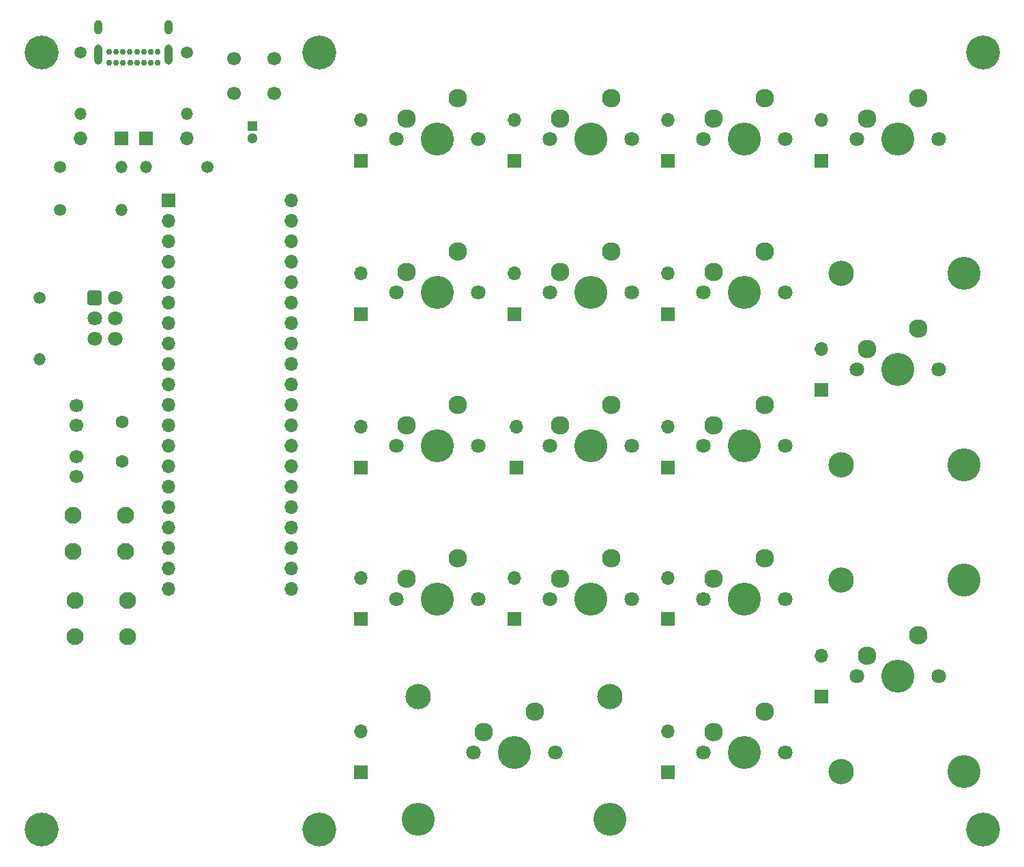
<source format=gbs>
%TF.GenerationSoftware,KiCad,Pcbnew,(5.1.6-0-10_14)*%
%TF.CreationDate,2020-10-14T16:23:59+01:00*%
%TF.ProjectId,scarlet-numpad-v1,73636172-6c65-4742-9d6e-756d7061642d,1*%
%TF.SameCoordinates,Original*%
%TF.FileFunction,Soldermask,Bot*%
%TF.FilePolarity,Negative*%
%FSLAX46Y46*%
G04 Gerber Fmt 4.6, Leading zero omitted, Abs format (unit mm)*
G04 Created by KiCad (PCBNEW (5.1.6-0-10_14)) date 2020-10-14 16:23:59*
%MOMM*%
%LPD*%
G01*
G04 APERTURE LIST*
%ADD10O,1.500000X1.500000*%
%ADD11C,1.500000*%
%ADD12C,4.200000*%
%ADD13C,2.100000*%
%ADD14O,1.700000X1.700000*%
%ADD15R,1.700000X1.700000*%
%ADD16C,0.750000*%
%ADD17O,1.000000X2.500000*%
%ADD18O,1.000000X1.800000*%
%ADD19C,1.700000*%
%ADD20R,1.300000X1.300000*%
%ADD21C,1.300000*%
%ADD22C,1.800000*%
%ADD23C,2.300000*%
%ADD24C,4.100000*%
%ADD25C,3.150000*%
%ADD26C,1.600000*%
G04 APERTURE END LIST*
D10*
%TO.C,R6*%
X40386000Y-44958000D03*
D11*
X32766000Y-44958000D03*
%TD*%
D10*
%TO.C,R5*%
X43434000Y-39624000D03*
D11*
X51054000Y-39624000D03*
%TD*%
D10*
%TO.C,R4*%
X40386000Y-39624000D03*
D11*
X32766000Y-39624000D03*
%TD*%
D10*
%TO.C,R3*%
X35306000Y-33020000D03*
D11*
X35306000Y-25400000D03*
%TD*%
D10*
%TO.C,R2*%
X48514000Y-33020000D03*
D11*
X48514000Y-25400000D03*
%TD*%
D10*
%TO.C,R1*%
X30226000Y-63500000D03*
D11*
X30226000Y-55880000D03*
%TD*%
D12*
%TO.C,*%
X65000000Y-25400000D03*
%TD*%
%TO.C,*%
X65000000Y-121920000D03*
%TD*%
D13*
%TO.C,Boot*%
X34648000Y-97972000D03*
X34648000Y-93472000D03*
X41148000Y-97972000D03*
X41148000Y-93472000D03*
%TD*%
%TO.C,Reset*%
X34394000Y-87376000D03*
X34394000Y-82876000D03*
X40894000Y-87376000D03*
X40894000Y-82876000D03*
%TD*%
D14*
%TO.C,D19*%
X108204000Y-109728000D03*
D15*
X108204000Y-114808000D03*
%TD*%
D14*
%TO.C,D18*%
X70104000Y-109728000D03*
D15*
X70104000Y-114808000D03*
%TD*%
D14*
%TO.C,D17*%
X127254000Y-100330000D03*
D15*
X127254000Y-105410000D03*
%TD*%
D14*
%TO.C,D16*%
X108204000Y-90678000D03*
D15*
X108204000Y-95758000D03*
%TD*%
D14*
%TO.C,D15*%
X89154000Y-90678000D03*
D15*
X89154000Y-95758000D03*
%TD*%
D14*
%TO.C,D14*%
X70104000Y-90678000D03*
D15*
X70104000Y-95758000D03*
%TD*%
D14*
%TO.C,D13*%
X108204000Y-71882000D03*
D15*
X108204000Y-76962000D03*
%TD*%
D14*
%TO.C,D12*%
X89408000Y-71882000D03*
D15*
X89408000Y-76962000D03*
%TD*%
D14*
%TO.C,D11*%
X70104000Y-71882000D03*
D15*
X70104000Y-76962000D03*
%TD*%
D14*
%TO.C,D10*%
X127254000Y-62230000D03*
D15*
X127254000Y-67310000D03*
%TD*%
D14*
%TO.C,D9*%
X108204000Y-52832000D03*
D15*
X108204000Y-57912000D03*
%TD*%
D14*
%TO.C,D8*%
X89154000Y-52832000D03*
D15*
X89154000Y-57912000D03*
%TD*%
D14*
%TO.C,D7*%
X70104000Y-52832000D03*
D15*
X70104000Y-57912000D03*
%TD*%
D14*
%TO.C,D6*%
X127254000Y-33782000D03*
D15*
X127254000Y-38862000D03*
%TD*%
D14*
%TO.C,D5*%
X108204000Y-33782000D03*
D15*
X108204000Y-38862000D03*
%TD*%
D14*
%TO.C,D4*%
X89154000Y-33782000D03*
D15*
X89154000Y-38862000D03*
%TD*%
D14*
%TO.C,D3*%
X70104000Y-33782000D03*
D15*
X70104000Y-38862000D03*
%TD*%
D14*
%TO.C,D2*%
X35306000Y-36068000D03*
D15*
X40386000Y-36068000D03*
%TD*%
D14*
%TO.C,D1*%
X48514000Y-36068000D03*
D15*
X43434000Y-36068000D03*
%TD*%
D12*
%TO.C,*%
X147320000Y-121920000D03*
%TD*%
%TO.C,*%
X147320000Y-25400000D03*
%TD*%
%TO.C,*%
X30480000Y-25400000D03*
%TD*%
%TO.C,*%
X30480000Y-121920000D03*
%TD*%
D16*
%TO.C,USB1*%
X43185000Y-26674000D03*
X44885000Y-26674000D03*
X44035000Y-26674000D03*
X42335000Y-26674000D03*
X41485000Y-26674000D03*
X40635000Y-26674000D03*
X39785000Y-26674000D03*
X38935000Y-26674000D03*
X44885000Y-25349000D03*
X44030000Y-25349000D03*
X43180000Y-25349000D03*
X42330000Y-25349000D03*
X41480000Y-25349000D03*
X40630000Y-25349000D03*
X39780000Y-25349000D03*
X38930000Y-25349000D03*
D17*
X46235000Y-25694000D03*
X37585000Y-25694000D03*
D18*
X46235000Y-22314000D03*
X37585000Y-22314000D03*
%TD*%
D19*
%TO.C,C1*%
X34798000Y-71755000D03*
X34798000Y-69255000D03*
%TD*%
%TO.C,C2*%
X34798000Y-75605000D03*
X34798000Y-78105000D03*
%TD*%
D20*
%TO.C,C3*%
X56642000Y-34544000D03*
D21*
X56642000Y-36044000D03*
%TD*%
D19*
%TO.C,C4*%
X59356000Y-30480000D03*
X54356000Y-30480000D03*
%TD*%
%TO.C,C5*%
X54356000Y-26162000D03*
X59356000Y-26162000D03*
%TD*%
%TO.C,J1-ISP1*%
G36*
G01*
X36184000Y-56515294D02*
X36184000Y-55244706D01*
G75*
G02*
X36448706Y-54980000I264706J0D01*
G01*
X37719294Y-54980000D01*
G75*
G02*
X37984000Y-55244706I0J-264706D01*
G01*
X37984000Y-56515294D01*
G75*
G02*
X37719294Y-56780000I-264706J0D01*
G01*
X36448706Y-56780000D01*
G75*
G02*
X36184000Y-56515294I0J264706D01*
G01*
G37*
D22*
X37084000Y-58420000D03*
X37084000Y-60960000D03*
X39624000Y-55880000D03*
X39624000Y-58420000D03*
X39624000Y-60960000D03*
%TD*%
D23*
%TO.C,MX1*%
X82169000Y-31115000D03*
X75819000Y-33655000D03*
D24*
X79629000Y-36195000D03*
D22*
X74549000Y-36195000D03*
X84709000Y-36195000D03*
%TD*%
D23*
%TO.C,MX2*%
X82169000Y-50165000D03*
X75819000Y-52705000D03*
D24*
X79629000Y-55245000D03*
D22*
X74549000Y-55245000D03*
X84709000Y-55245000D03*
%TD*%
%TO.C,MX3*%
X84709000Y-74295000D03*
X74549000Y-74295000D03*
D24*
X79629000Y-74295000D03*
D23*
X75819000Y-71755000D03*
X82169000Y-69215000D03*
%TD*%
%TO.C,MX4*%
X82169000Y-88265000D03*
X75819000Y-90805000D03*
D24*
X79629000Y-93345000D03*
D22*
X74549000Y-93345000D03*
X84709000Y-93345000D03*
%TD*%
D23*
%TO.C,MX5*%
X91694000Y-107315000D03*
X85344000Y-109855000D03*
D24*
X89154000Y-112395000D03*
D22*
X84074000Y-112395000D03*
X94234000Y-112395000D03*
D24*
X101054000Y-120635000D03*
X77254000Y-120635000D03*
D25*
X77254000Y-105395000D03*
X101054000Y-105395000D03*
%TD*%
D22*
%TO.C,MX6*%
X103759000Y-36195000D03*
X93599000Y-36195000D03*
D24*
X98679000Y-36195000D03*
D23*
X94869000Y-33655000D03*
X101219000Y-31115000D03*
%TD*%
D22*
%TO.C,MX7*%
X103759000Y-55245000D03*
X93599000Y-55245000D03*
D24*
X98679000Y-55245000D03*
D23*
X94869000Y-52705000D03*
X101219000Y-50165000D03*
%TD*%
%TO.C,MX8*%
X101219000Y-69215000D03*
X94869000Y-71755000D03*
D24*
X98679000Y-74295000D03*
D22*
X93599000Y-74295000D03*
X103759000Y-74295000D03*
%TD*%
%TO.C,MX9*%
X103759000Y-93345000D03*
X93599000Y-93345000D03*
D24*
X98679000Y-93345000D03*
D23*
X94869000Y-90805000D03*
X101219000Y-88265000D03*
%TD*%
%TO.C,MX10*%
X120269000Y-31115000D03*
X113919000Y-33655000D03*
D24*
X117729000Y-36195000D03*
D22*
X112649000Y-36195000D03*
X122809000Y-36195000D03*
%TD*%
D23*
%TO.C,MX11*%
X120269000Y-50165000D03*
X113919000Y-52705000D03*
D24*
X117729000Y-55245000D03*
D22*
X112649000Y-55245000D03*
X122809000Y-55245000D03*
%TD*%
%TO.C,MX12*%
X122809000Y-74295000D03*
X112649000Y-74295000D03*
D24*
X117729000Y-74295000D03*
D23*
X113919000Y-71755000D03*
X120269000Y-69215000D03*
%TD*%
%TO.C,MX13*%
X120269000Y-88265000D03*
X113919000Y-90805000D03*
D24*
X117729000Y-93345000D03*
D22*
X112649000Y-93345000D03*
X122809000Y-93345000D03*
%TD*%
%TO.C,MX14*%
X122809000Y-112395000D03*
X112649000Y-112395000D03*
D24*
X117729000Y-112395000D03*
D23*
X113919000Y-109855000D03*
X120269000Y-107315000D03*
%TD*%
D22*
%TO.C,MX15*%
X141859000Y-36195000D03*
X131699000Y-36195000D03*
D24*
X136779000Y-36195000D03*
D23*
X132969000Y-33655000D03*
X139319000Y-31115000D03*
%TD*%
%TO.C,MX16*%
X139319000Y-59690000D03*
X132969000Y-62230000D03*
D24*
X136779000Y-64770000D03*
D22*
X131699000Y-64770000D03*
X141859000Y-64770000D03*
D24*
X145019000Y-52870000D03*
X145019000Y-76670000D03*
D25*
X129779000Y-76670000D03*
X129779000Y-52870000D03*
%TD*%
%TO.C,MX17*%
X129779000Y-90970000D03*
X129779000Y-114770000D03*
D24*
X145019000Y-114770000D03*
X145019000Y-90970000D03*
D22*
X141859000Y-102870000D03*
X131699000Y-102870000D03*
D24*
X136779000Y-102870000D03*
D23*
X132969000Y-100330000D03*
X139319000Y-97790000D03*
%TD*%
D15*
%TO.C,U1*%
X46228000Y-43815000D03*
D14*
X61468000Y-92075000D03*
X46228000Y-46355000D03*
X61468000Y-89535000D03*
X46228000Y-48895000D03*
X61468000Y-86995000D03*
X46228000Y-51435000D03*
X61468000Y-84455000D03*
X46228000Y-53975000D03*
X61468000Y-81915000D03*
X46228000Y-56515000D03*
X61468000Y-79375000D03*
X46228000Y-59055000D03*
X61468000Y-76835000D03*
X46228000Y-61595000D03*
X61468000Y-74295000D03*
X46228000Y-64135000D03*
X61468000Y-71755000D03*
X46228000Y-66675000D03*
X61468000Y-69215000D03*
X46228000Y-69215000D03*
X61468000Y-66675000D03*
X46228000Y-71755000D03*
X61468000Y-64135000D03*
X46228000Y-74295000D03*
X61468000Y-61595000D03*
X46228000Y-76835000D03*
X61468000Y-59055000D03*
X46228000Y-79375000D03*
X61468000Y-56515000D03*
X46228000Y-81915000D03*
X61468000Y-53975000D03*
X46228000Y-84455000D03*
X61468000Y-51435000D03*
X46228000Y-86995000D03*
X61468000Y-48895000D03*
X46228000Y-89535000D03*
X61468000Y-46355000D03*
X46228000Y-92075000D03*
X61468000Y-43815000D03*
%TD*%
D26*
%TO.C,Y1*%
X40513000Y-76200000D03*
X40513000Y-71320000D03*
%TD*%
M02*

</source>
